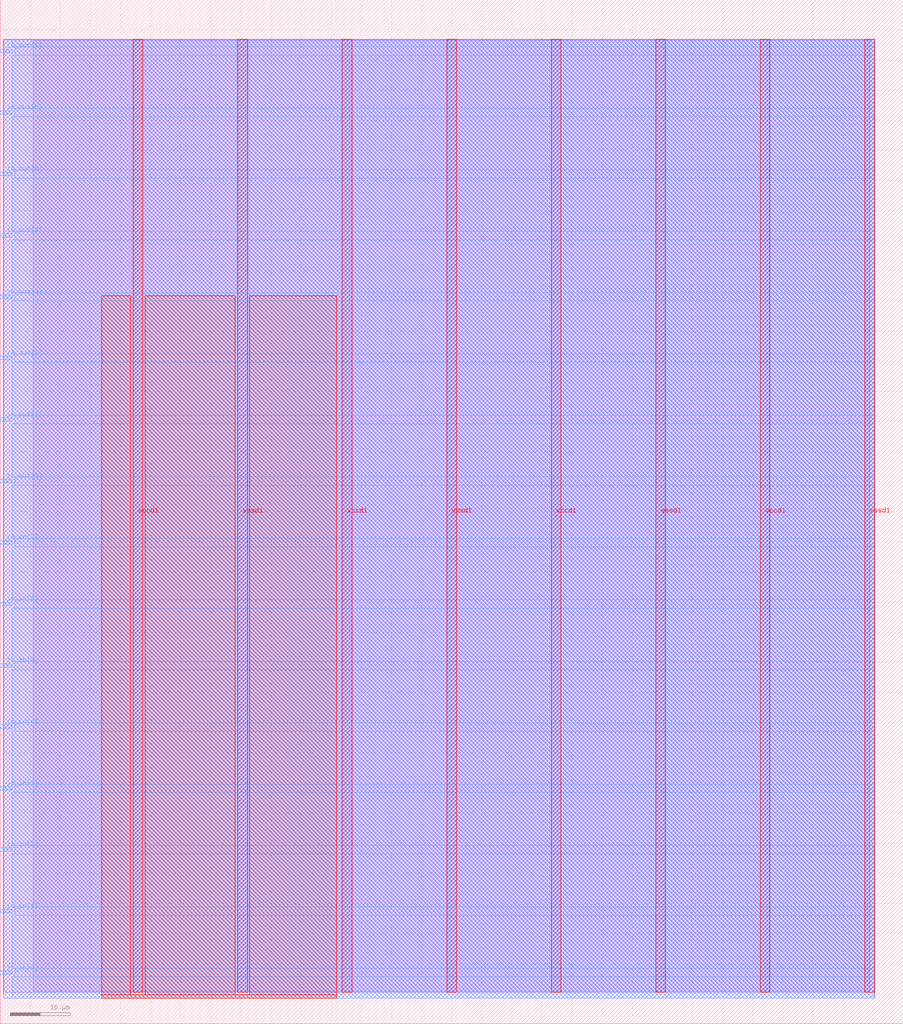
<source format=lef>
VERSION 5.7 ;
  NOWIREEXTENSIONATPIN ON ;
  DIVIDERCHAR "/" ;
  BUSBITCHARS "[]" ;
MACRO user_module_nickoe
  CLASS BLOCK ;
  FOREIGN user_module_nickoe ;
  ORIGIN 0.000 0.000 ;
  SIZE 150.000 BY 170.000 ;
  PIN io_in[0]
    DIRECTION INPUT ;
    USE SIGNAL ;
    PORT
      LAYER met3 ;
        RECT 0.000 8.200 2.000 8.800 ;
    END
  END io_in[0]
  PIN io_in[1]
    DIRECTION INPUT ;
    USE SIGNAL ;
    PORT
      LAYER met3 ;
        RECT 0.000 18.400 2.000 19.000 ;
    END
  END io_in[1]
  PIN io_in[2]
    DIRECTION INPUT ;
    USE SIGNAL ;
    PORT
      LAYER met3 ;
        RECT 0.000 28.600 2.000 29.200 ;
    END
  END io_in[2]
  PIN io_in[3]
    DIRECTION INPUT ;
    USE SIGNAL ;
    PORT
      LAYER met3 ;
        RECT 0.000 38.800 2.000 39.400 ;
    END
  END io_in[3]
  PIN io_in[4]
    DIRECTION INPUT ;
    USE SIGNAL ;
    PORT
      LAYER met3 ;
        RECT 0.000 49.000 2.000 49.600 ;
    END
  END io_in[4]
  PIN io_in[5]
    DIRECTION INPUT ;
    USE SIGNAL ;
    PORT
      LAYER met3 ;
        RECT 0.000 59.200 2.000 59.800 ;
    END
  END io_in[5]
  PIN io_in[6]
    DIRECTION INPUT ;
    USE SIGNAL ;
    PORT
      LAYER met3 ;
        RECT 0.000 69.400 2.000 70.000 ;
    END
  END io_in[6]
  PIN io_in[7]
    DIRECTION INPUT ;
    USE SIGNAL ;
    PORT
      LAYER met3 ;
        RECT 0.000 79.600 2.000 80.200 ;
    END
  END io_in[7]
  PIN io_out[0]
    DIRECTION OUTPUT TRISTATE ;
    USE SIGNAL ;
    PORT
      LAYER met3 ;
        RECT 0.000 89.800 2.000 90.400 ;
    END
  END io_out[0]
  PIN io_out[1]
    DIRECTION OUTPUT TRISTATE ;
    USE SIGNAL ;
    PORT
      LAYER met3 ;
        RECT 0.000 100.000 2.000 100.600 ;
    END
  END io_out[1]
  PIN io_out[2]
    DIRECTION OUTPUT TRISTATE ;
    USE SIGNAL ;
    PORT
      LAYER met3 ;
        RECT 0.000 110.200 2.000 110.800 ;
    END
  END io_out[2]
  PIN io_out[3]
    DIRECTION OUTPUT TRISTATE ;
    USE SIGNAL ;
    PORT
      LAYER met3 ;
        RECT 0.000 120.400 2.000 121.000 ;
    END
  END io_out[3]
  PIN io_out[4]
    DIRECTION OUTPUT TRISTATE ;
    USE SIGNAL ;
    PORT
      LAYER met3 ;
        RECT 0.000 130.600 2.000 131.200 ;
    END
  END io_out[4]
  PIN io_out[5]
    DIRECTION OUTPUT TRISTATE ;
    USE SIGNAL ;
    PORT
      LAYER met3 ;
        RECT 0.000 140.800 2.000 141.400 ;
    END
  END io_out[5]
  PIN io_out[6]
    DIRECTION OUTPUT TRISTATE ;
    USE SIGNAL ;
    PORT
      LAYER met3 ;
        RECT 0.000 151.000 2.000 151.600 ;
    END
  END io_out[6]
  PIN io_out[7]
    DIRECTION OUTPUT TRISTATE ;
    USE SIGNAL ;
    PORT
      LAYER met3 ;
        RECT 0.000 161.200 2.000 161.800 ;
    END
  END io_out[7]
  PIN vccd1
    DIRECTION INOUT ;
    USE POWER ;
    PORT
      LAYER met4 ;
        RECT 22.085 5.200 23.685 163.440 ;
    END
    PORT
      LAYER met4 ;
        RECT 56.815 5.200 58.415 163.440 ;
    END
    PORT
      LAYER met4 ;
        RECT 91.545 5.200 93.145 163.440 ;
    END
    PORT
      LAYER met4 ;
        RECT 126.275 5.200 127.875 163.440 ;
    END
  END vccd1
  PIN vssd1
    DIRECTION INOUT ;
    USE GROUND ;
    PORT
      LAYER met4 ;
        RECT 39.450 5.200 41.050 163.440 ;
    END
    PORT
      LAYER met4 ;
        RECT 74.180 5.200 75.780 163.440 ;
    END
    PORT
      LAYER met4 ;
        RECT 108.910 5.200 110.510 163.440 ;
    END
    PORT
      LAYER met4 ;
        RECT 143.640 5.200 145.240 163.440 ;
    END
  END vssd1
  OBS
      LAYER li1 ;
        RECT 5.520 5.355 144.440 163.285 ;
      LAYER met1 ;
        RECT 0.530 5.200 145.240 163.440 ;
      LAYER met2 ;
        RECT 0.560 4.235 145.210 163.385 ;
      LAYER met3 ;
        RECT 2.000 162.200 145.230 163.365 ;
        RECT 2.400 160.800 145.230 162.200 ;
        RECT 2.000 152.000 145.230 160.800 ;
        RECT 2.400 150.600 145.230 152.000 ;
        RECT 2.000 141.800 145.230 150.600 ;
        RECT 2.400 140.400 145.230 141.800 ;
        RECT 2.000 131.600 145.230 140.400 ;
        RECT 2.400 130.200 145.230 131.600 ;
        RECT 2.000 121.400 145.230 130.200 ;
        RECT 2.400 120.000 145.230 121.400 ;
        RECT 2.000 111.200 145.230 120.000 ;
        RECT 2.400 109.800 145.230 111.200 ;
        RECT 2.000 101.000 145.230 109.800 ;
        RECT 2.400 99.600 145.230 101.000 ;
        RECT 2.000 90.800 145.230 99.600 ;
        RECT 2.400 89.400 145.230 90.800 ;
        RECT 2.000 80.600 145.230 89.400 ;
        RECT 2.400 79.200 145.230 80.600 ;
        RECT 2.000 70.400 145.230 79.200 ;
        RECT 2.400 69.000 145.230 70.400 ;
        RECT 2.000 60.200 145.230 69.000 ;
        RECT 2.400 58.800 145.230 60.200 ;
        RECT 2.000 50.000 145.230 58.800 ;
        RECT 2.400 48.600 145.230 50.000 ;
        RECT 2.000 39.800 145.230 48.600 ;
        RECT 2.400 38.400 145.230 39.800 ;
        RECT 2.000 29.600 145.230 38.400 ;
        RECT 2.400 28.200 145.230 29.600 ;
        RECT 2.000 19.400 145.230 28.200 ;
        RECT 2.400 18.000 145.230 19.400 ;
        RECT 2.000 9.200 145.230 18.000 ;
        RECT 2.400 7.800 145.230 9.200 ;
        RECT 2.000 4.255 145.230 7.800 ;
      LAYER met4 ;
        RECT 16.855 4.800 21.685 120.865 ;
        RECT 24.085 4.800 39.050 120.865 ;
        RECT 41.450 4.800 55.825 120.865 ;
        RECT 16.855 4.255 55.825 4.800 ;
  END
END user_module_nickoe
END LIBRARY


</source>
